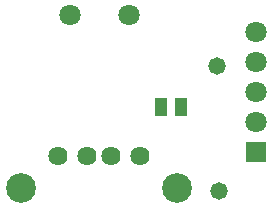
<source format=gts>
G04*
G04 #@! TF.GenerationSoftware,Altium Limited,Altium Designer,22.1.2 (22)*
G04*
G04 Layer_Color=8388736*
%FSLAX25Y25*%
%MOIN*%
G70*
G04*
G04 #@! TF.SameCoordinates,7045D635-A460-453C-9C4B-A6245008308B*
G04*
G04*
G04 #@! TF.FilePolarity,Negative*
G04*
G01*
G75*
%ADD16R,0.04147X0.06115*%
%ADD17C,0.07100*%
%ADD18C,0.07099*%
%ADD19C,0.06400*%
%ADD20R,0.07099X0.07099*%
%ADD21C,0.09900*%
%ADD22C,0.05800*%
D16*
X63252Y45000D02*
D03*
X69748D02*
D03*
D17*
X52685Y75500D02*
D03*
X33000D02*
D03*
D18*
X95000Y70000D02*
D03*
Y60000D02*
D03*
Y40000D02*
D03*
Y50000D02*
D03*
D19*
X56343Y28500D02*
D03*
X46500D02*
D03*
X38626D02*
D03*
X28784D02*
D03*
D20*
X95000Y30000D02*
D03*
D21*
X68429Y17831D02*
D03*
X16697D02*
D03*
D22*
X82500Y17000D02*
D03*
X82000Y58500D02*
D03*
M02*

</source>
